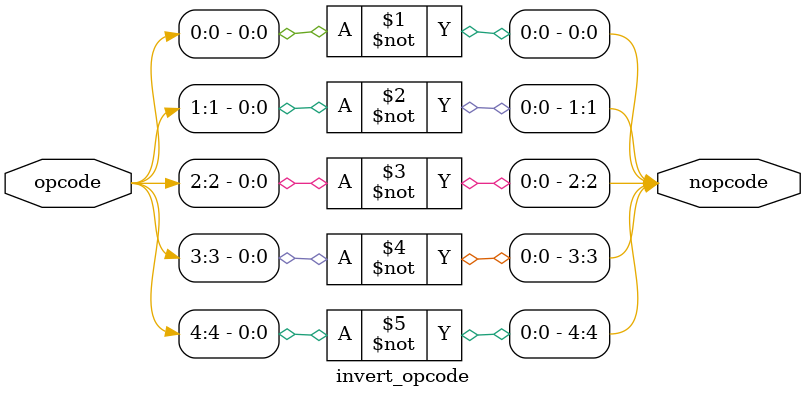
<source format=v>
module invert_opcode(opcode, nopcode);

	/* Used to invert opcode for boolean logic */
	
	input[4:0] opcode;
	output[4:0] nopcode;
	
	genvar i;
	
	generate
		for (i = 0; i < 5; i = i + 1) begin: loop0
			not noti(nopcode[i], opcode[i]);
		end
	endgenerate

endmodule

</source>
